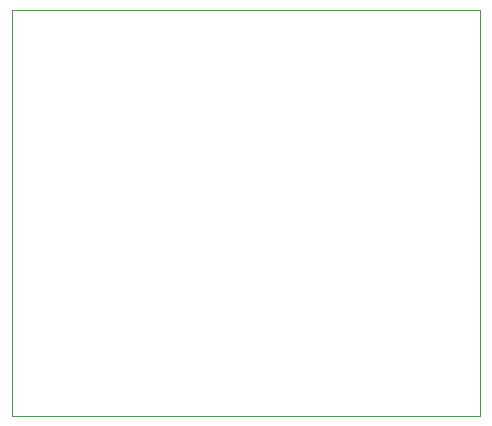
<source format=gm1>
G04 Layer_Color=16711935*
%FSLAX25Y25*%
%MOIN*%
G70*
G01*
G75*
%ADD49C,0.00050*%
D49*
X20800Y18400D02*
Y153600D01*
Y18400D02*
X177000D01*
Y153600D01*
X20800D02*
X177000D01*
M02*

</source>
